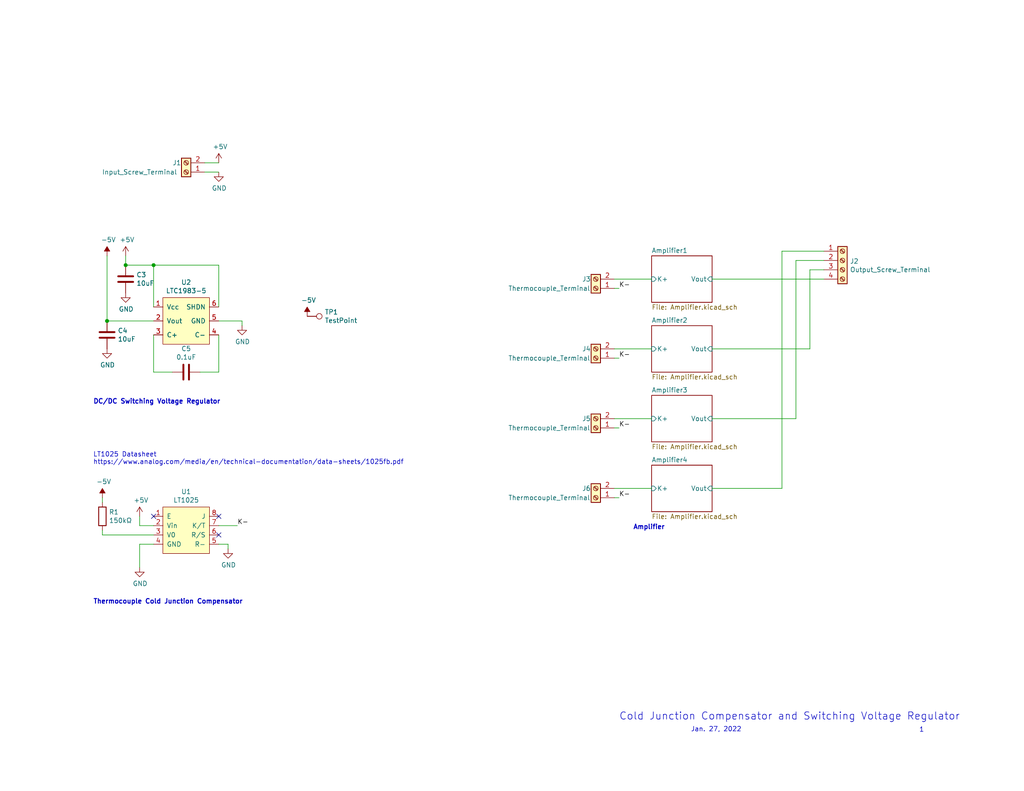
<source format=kicad_sch>
(kicad_sch (version 20211123) (generator eeschema)
  (paper "A")
  (lib_symbols
    (symbol "Connector:Screw_Terminal_01x02" (pin_names (offset 1.016) hide)
      (property "Reference" "J" (at 0 2.54 0))
      (property "Value" "Screw_Terminal_01x02" (at 0 -5.08 0))
      (symbol "Screw_Terminal_01x02_1_1"
        (rectangle (start -1.27 1.27) (end 1.27 -3.81) (stroke (width 0.254)) (fill (type background)))
        (circle (center 0 -2.54) (radius 0.635) (stroke (width 0.1524)))
        (polyline (pts (xy -0.5334 -2.2098) (xy 0.3302 -3.048)) (stroke (width 0.1524)))
        (polyline (pts (xy -0.5334 0.3302) (xy 0.3302 -0.508)) (stroke (width 0.1524)))
        (polyline (pts (xy -0.3556 -2.032) (xy 0.508 -2.8702)) (stroke (width 0.1524)))
        (polyline (pts (xy -0.3556 0.508) (xy 0.508 -0.3302)) (stroke (width 0.1524)))
        (circle (center 0 0) (radius 0.635) (stroke (width 0.1524)))
        (pin passive line (at -5.08 0 0) (length 3.81) (name "Pin_1") (number "1"))
        (pin passive line (at -5.08 -2.54 0) (length 3.81) (name "Pin_2") (number "2"))
      )
    )
    (symbol "Connector:Screw_Terminal_01x04" (pin_names (offset 1.016) hide)
      (property "Reference" "J" (at 0 5.08 0))
      (property "Value" "Screw_Terminal_01x04" (at 0 -7.62 0))
      (symbol "Screw_Terminal_01x04_1_1"
        (rectangle (start -1.27 3.81) (end 1.27 -6.35) (stroke (width 0.254)) (fill (type background)))
        (circle (center 0 -5.08) (radius 0.635) (stroke (width 0.1524)))
        (circle (center 0 -2.54) (radius 0.635) (stroke (width 0.1524)))
        (polyline (pts (xy -0.5334 -4.7498) (xy 0.3302 -5.588)) (stroke (width 0.1524)))
        (polyline (pts (xy -0.5334 -2.2098) (xy 0.3302 -3.048)) (stroke (width 0.1524)))
        (polyline (pts (xy -0.5334 0.3302) (xy 0.3302 -0.508)) (stroke (width 0.1524)))
        (polyline (pts (xy -0.5334 2.8702) (xy 0.3302 2.032)) (stroke (width 0.1524)))
        (polyline (pts (xy -0.3556 -4.572) (xy 0.508 -5.4102)) (stroke (width 0.1524)))
        (polyline (pts (xy -0.3556 -2.032) (xy 0.508 -2.8702)) (stroke (width 0.1524)))
        (polyline (pts (xy -0.3556 0.508) (xy 0.508 -0.3302)) (stroke (width 0.1524)))
        (polyline (pts (xy -0.3556 3.048) (xy 0.508 2.2098)) (stroke (width 0.1524)))
        (circle (center 0 0) (radius 0.635) (stroke (width 0.1524)))
        (circle (center 0 2.54) (radius 0.635) (stroke (width 0.1524)))
        (pin passive line (at -5.08 2.54 0) (length 3.81) (name "Pin_1") (number "1"))
        (pin passive line (at -5.08 0 0) (length 3.81) (name "Pin_2") (number "2"))
        (pin passive line (at -5.08 -2.54 0) (length 3.81) (name "Pin_3") (number "3"))
        (pin passive line (at -5.08 -5.08 0) (length 3.81) (name "Pin_4") (number "4"))
      )
    )
    (symbol "Connector:TestPoint" (pin_numbers hide) (pin_names (offset 0.762) hide)
      (property "Reference" "TP" (at 0 6.858 0))
      (property "Value" "TestPoint" (at 0 5.08 0))
      (symbol "TestPoint_0_1"
        (circle (center 0 3.302) (radius 0.762))
      )
      (symbol "TestPoint_1_1"
        (pin passive line (at 0 0 90) (length 2.54) (name "1") (number "1"))
      )
    )
    (symbol "Device:C" (pin_numbers hide) (pin_names (offset 0.254))
      (property "Reference" "C" (at 0.635 2.54 0))
      (property "Value" "C" (at 0.635 -2.54 0))
      (symbol "C_0_1"
        (polyline (pts (xy -2.032 -0.762) (xy 2.032 -0.762)) (stroke (width 0.508)))
        (polyline (pts (xy -2.032 0.762) (xy 2.032 0.762)) (stroke (width 0.508)))
      )
      (symbol "C_1_1"
        (pin passive line (at 0 3.81 270) (length 2.794) (name "~") (number "1"))
        (pin passive line (at 0 -3.81 90) (length 2.794) (name "~") (number "2"))
      )
    )
    (symbol "Device:R" (pin_numbers hide) (pin_names (offset 0))
      (property "Reference" "R" (at 2.032 0 90))
      (property "Value" "R" (at 0 0 90))
      (symbol "R_0_1"
        (rectangle (start -1.016 -2.54) (end 1.016 2.54) (stroke (width 0.254)))
      )
      (symbol "R_1_1"
        (pin passive line (at 0 3.81 270) (length 1.27) (name "~") (number "1"))
        (pin passive line (at 0 -3.81 90) (length 1.27) (name "~") (number "2"))
      )
    )
    (symbol "Thermocouple:LT1025" (pin_names (offset 1.016))
      (property "Reference" "U" (at 0 -7.62 0))
      (property "Value" "LT1025" (at 0 7.62 0))
      (symbol "LT1025_0_1"
        (rectangle (start -6.35 6.35) (end 6.35 -6.35) (fill (type background)))
      )
      (symbol "LT1025_1_1"
        (pin input line (at -8.89 3.81 0) (length 2.54) (name "E") (number "1"))
        (pin input line (at -8.89 1.27 0) (length 2.54) (name "Vin") (number "2"))
        (pin input line (at -8.89 -1.27 0) (length 2.54) (name "V0") (number "3"))
        (pin input line (at -8.89 -3.81 0) (length 2.54) (name "GND") (number "4"))
        (pin input line (at 8.89 -3.81 180) (length 2.54) (name "R-") (number "5"))
        (pin input line (at 8.89 -1.27 180) (length 2.54) (name "R/S") (number "6"))
        (pin input line (at 8.89 1.27 180) (length 2.54) (name "K/T") (number "7"))
        (pin input line (at 8.89 3.81 180) (length 2.54) (name "J") (number "8"))
      )
    )
    (symbol "Thermocouple:LTC1983-5" (pin_names (offset 1.016))
      (property "Reference" "U" (at 0 -7.62 0))
      (property "Value" "LTC1983-5" (at 0 7.62 0))
      (symbol "LTC1983-5_0_1"
        (rectangle (start 6.35 -6.35) (end -6.35 6.35) (fill (type background)))
      )
      (symbol "LTC1983-5_1_1"
        (pin input line (at -8.89 3.81 0) (length 2.54) (name "Vcc") (number "1"))
        (pin input line (at -8.89 0 0) (length 2.54) (name "Vout") (number "2"))
        (pin input line (at -8.89 -3.81 0) (length 2.54) (name "C+") (number "3"))
        (pin input line (at 8.89 -3.81 180) (length 2.54) (name "C-") (number "4"))
        (pin input line (at 8.89 0 180) (length 2.54) (name "GND") (number "5"))
        (pin input line (at 8.89 3.81 180) (length 2.54) (name "SHDN") (number "6"))
      )
    )
    (symbol "power:+5V" (power) (pin_names (offset 0))
      (property "Value" "+5V" (at 0 3.556 0))
      (symbol "+5V_0_1"
        (polyline (pts (xy -0.762 1.27) (xy 0 2.54)))
        (polyline (pts (xy 0 0) (xy 0 2.54)))
        (polyline (pts (xy 0 2.54) (xy 0.762 1.27)))
      )
      (symbol "+5V_1_1"
        (pin power_in line (at 0 0 90) (length 0) hide (name "+5V") (number "1"))
      )
    )
    (symbol "power:-5V" (power) (pin_names (offset 0))
      (property "Value" "-5V" (at 0 3.81 0))
      (symbol "-5V_0_0"
        (pin power_in line (at 0 0 90) (length 0) hide (name "-5V") (number "1"))
      )
      (symbol "-5V_0_1"
        (polyline (pts (xy 0 0) (xy 0 1.27) (xy 0.762 1.27) (xy 0 2.54) (xy -0.762 1.27) (xy 0 1.27)) (fill (type outline)))
      )
    )
    (symbol "power:GND" (power) (pin_names (offset 0))
      (property "Value" "GND" (at 0 -3.81 0))
      (symbol "GND_0_1"
        (polyline (pts (xy 0 0) (xy 0 -1.27) (xy 1.27 -1.27) (xy 0 -2.54) (xy -1.27 -1.27) (xy 0 -1.27)))
      )
      (symbol "GND_1_1"
        (pin power_in line (at 0 0 270) (length 0) hide (name "GND") (number "1"))
      )
    )
  )
  (junction (at 34.29 72.39))
  (junction (at 41.91 72.39))
  (junction (at 29.21 87.63))
  (no_connect (at 59.69 146.05))
  (no_connect (at 59.69 140.97))
  (no_connect (at 41.91 140.97))
  (wire (pts (xy 167.64 133.35) (xy 177.8 133.35)))
  (wire (pts (xy 29.21 87.63) (xy 41.91 87.63)))
  (wire (pts (xy 59.69 87.63) (xy 66.04 87.63)))
  (wire (pts (xy 167.64 76.2) (xy 177.8 76.2)))
  (wire (pts (xy 38.1 140.97) (xy 38.1 143.51)))
  (wire (pts (xy 41.91 101.6) (xy 46.99 101.6)))
  (wire (pts (xy 34.29 72.39) (xy 41.91 72.39)))
  (wire (pts (xy 62.23 148.59) (xy 62.23 149.86)))
  (wire (pts (xy 167.64 116.84) (xy 168.91 116.84)))
  (wire (pts (xy 59.69 101.6) (xy 54.61 101.6)))
  (wire (pts (xy 59.69 148.59) (xy 62.23 148.59)))
  (wire (pts (xy 217.17 71.12) (xy 217.17 114.3)))
  (wire (pts (xy 213.36 133.35) (xy 194.31 133.35)))
  (wire (pts (xy 220.98 95.25) (xy 194.31 95.25)))
  (wire (pts (xy 27.94 146.05) (xy 41.91 146.05)))
  (wire (pts (xy 38.1 143.51) (xy 41.91 143.51)))
  (wire (pts (xy 29.21 69.85) (xy 29.21 87.63)))
  (wire (pts (xy 41.91 148.59) (xy 38.1 148.59)))
  (wire (pts (xy 59.69 91.44) (xy 59.69 101.6)))
  (wire (pts (xy 167.64 78.74) (xy 168.91 78.74)))
  (wire (pts (xy 34.29 69.85) (xy 34.29 72.39)))
  (wire (pts (xy 41.91 91.44) (xy 41.91 101.6)))
  (wire (pts (xy 224.79 71.12) (xy 217.17 71.12)))
  (wire (pts (xy 55.88 44.45) (xy 59.69 44.45)))
  (wire (pts (xy 167.64 97.79) (xy 168.91 97.79)))
  (wire (pts (xy 27.94 144.78) (xy 27.94 146.05)))
  (wire (pts (xy 224.79 73.66) (xy 220.98 73.66)))
  (wire (pts (xy 167.64 95.25) (xy 177.8 95.25)))
  (wire (pts (xy 38.1 148.59) (xy 38.1 154.94)))
  (wire (pts (xy 167.64 114.3) (xy 177.8 114.3)))
  (wire (pts (xy 194.31 76.2) (xy 224.79 76.2)))
  (wire (pts (xy 217.17 114.3) (xy 194.31 114.3)))
  (wire (pts (xy 213.36 68.58) (xy 213.36 133.35)))
  (wire (pts (xy 167.64 135.89) (xy 168.91 135.89)))
  (wire (pts (xy 220.98 73.66) (xy 220.98 95.25)))
  (wire (pts (xy 224.79 68.58) (xy 213.36 68.58)))
  (wire (pts (xy 59.69 72.39) (xy 59.69 83.82)))
  (wire (pts (xy 41.91 72.39) (xy 41.91 83.82)))
  (wire (pts (xy 27.94 135.89) (xy 27.94 137.16)))
  (wire (pts (xy 59.69 143.51) (xy 64.77 143.51)))
  (wire (pts (xy 66.04 87.63) (xy 66.04 88.9)))
  (wire (pts (xy 41.91 72.39) (xy 59.69 72.39)))
  (wire (pts (xy 55.88 46.99) (xy 59.69 46.99)))
  (text "Amplifier" (at 172.72 144.78 0) (effects (font (size 1.27 1.27) (thickness 0.254) bold) (justify left bottom)))
  (text "LT1025 Datasheet\nhttps://www.analog.com/media/en/technical-documentation/data-sheets/1025fb.pdf" (at 25.4 127 0) (effects (font (size 1.27 1.27)) (justify left bottom)))
  (text "DC/DC Switching Voltage Regulator\n" (at 25.4 110.49 0) (effects (font (size 1.27 1.27) (thickness 0.254) bold) (justify left bottom)))
  (text "Jan. 27, 2022" (at 188.4921 199.9765 0) (effects (font (size 1.27 1.27)) (justify left bottom)))
  (text "Thermocouple Cold Junction Compensator" (at 25.4 165.1 0) (effects (font (size 1.27 1.27) (thickness 0.254) bold) (justify left bottom)))
  (text "1" (at 250.775 200.0917 0) (effects (font (size 1.27 1.27)) (justify left bottom)))
  (text "Cold Junction Compensator and Switching Voltage Regulator\n" (at 168.91 196.85 0) (effects (font (size 2 2)) (justify left bottom)))
  (label "K-" (at 168.91 116.84 0))
  (label "K-" (at 168.91 97.79 0))
  (label "K-" (at 168.91 78.74 0))
  (label "K-" (at 168.91 135.89 0))
  (label "K-" (at 64.77 143.51 0))
  (symbol (lib_id "Device:R") (at 27.94 140.97 180) (unit 1)
    (property "Reference" "R1" (at 29.718 139.8016 0) (effects (justify right)))
    (property "Value" "150kΩ" (at 29.718 142.113 0) (effects (justify right)))
    (property "Footprint" "Resistor_SMD:R_0805_2012Metric_Pad1.20x1.40mm_HandSolder" (effects hide))
  )
  (symbol (lib_id "power:GND") (at 38.1 154.94 0) (unit 1)
    (property "Reference" "#PWR01" (effects hide))
    (property "Value" "GND" (at 38.227 159.3342 0))
  )
  (symbol (lib_id "power:+5V") (at 59.69 44.45 0) (unit 1)
    (property "Reference" "#PWR04" (effects hide))
    (property "Value" "+5V" (at 60.071 40.0558 0))
  )
  (symbol (lib_id "power:+5V") (at 38.1 140.97 0) (unit 1)
    (property "Reference" "#PWR07" (effects hide))
    (property "Value" "+5V" (at 38.481 136.5758 0))
  )
  (symbol (lib_id "power:-5V") (at 27.94 135.89 0) (unit 1)
    (property "Reference" "#PWR06" (effects hide))
    (property "Value" "-5V" (at 28.321 131.4958 0))
  )
  (symbol (lib_id "power:GND") (at 59.69 46.99 0) (unit 1)
    (property "Reference" "#PWR05" (effects hide))
    (property "Value" "GND" (at 59.817 51.3842 0))
  )
  (symbol (lib_id "Thermocouple:LT1025") (at 50.8 144.78 0) (unit 1)
    (property "Reference" "U1" (at 50.8 134.239 0))
    (property "Value" "LT1025" (at 50.8 136.5504 0))
    (property "Footprint" "Package_SO:SOP-8_3.9x4.9mm_P1.27mm" (effects hide))
  )
  (symbol (lib_id "Connector:Screw_Terminal_01x02") (at 50.8 46.99 180) (unit 1)
    (property "Reference" "J1" (at 48.26 44.45 0))
    (property "Value" "Input_Screw_Terminal" (at 38.1 46.99 0))
    (property "Footprint" "TerminalBlock_Phoenix:TerminalBlock_Phoenix_MKDS-1,5-2-5.08_1x02_P5.08mm_Horizontal" (effects hide))
  )
  (symbol (lib_id "Thermocouple:LTC1983-5") (at 50.8 87.63 0) (unit 1)
    (property "Reference" "U2" (at 50.8 77.089 0))
    (property "Value" "LTC1983-5" (at 50.8 79.4004 0))
    (property "Footprint" "Package_SO:TSOP-6_1.65x3.05mm_P0.95mm" (effects hide))
  )
  (symbol (lib_id "power:+5V") (at 34.29 69.85 0) (unit 1)
    (property "Reference" "#PWR013" (effects hide))
    (property "Value" "+5V" (at 34.671 65.4558 0))
  )
  (symbol (lib_id "power:-5V") (at 29.21 69.85 0) (unit 1)
    (property "Reference" "#PWR012" (effects hide))
    (property "Value" "-5V" (at 29.591 65.4558 0))
  )
  (symbol (lib_id "power:GND") (at 66.04 88.9 0) (unit 1)
    (property "Reference" "#PWR015" (effects hide))
    (property "Value" "GND" (at 66.167 93.2942 0))
  )
  (symbol (lib_id "Device:C") (at 50.8 101.6 90) (unit 1)
    (property "Reference" "C5" (at 50.8 95.1992 90))
    (property "Value" "0.1uF" (at 50.8 97.5106 90))
    (property "Footprint" "Capacitor_SMD:C_0805_2012Metric_Pad1.18x1.45mm_HandSolder" (effects hide))
  )
  (symbol (lib_id "Device:C") (at 34.29 76.2 0) (unit 1)
    (property "Reference" "C3" (at 37.211 75.0316 0) (effects (justify left)))
    (property "Value" "10uF" (at 37.211 77.343 0) (effects (justify left)))
    (property "Footprint" "Capacitor_SMD:C_0805_2012Metric_Pad1.18x1.45mm_HandSolder" (effects hide))
  )
  (symbol (lib_id "power:GND") (at 34.29 80.01 0) (unit 1)
    (property "Reference" "#PWR014" (effects hide))
    (property "Value" "GND" (at 34.417 84.4042 0))
  )
  (symbol (lib_id "power:-5V") (at 83.82 86.36 0) (unit 1)
    (property "Reference" "#PWR016" (effects hide))
    (property "Value" "-5V" (at 84.201 81.9658 0))
  )
  (symbol (lib_id "Connector:Screw_Terminal_01x04") (at 229.87 71.12 0) (unit 1)
    (property "Reference" "J2" (at 231.902 71.3232 0) (effects (justify left)))
    (property "Value" "Output_Screw_Terminal" (at 231.902 73.6346 0) (effects (justify left)))
    (property "Footprint" "TerminalBlock_Phoenix:TerminalBlock_Phoenix_MKDS-1,5-4-5.08_1x04_P5.08mm_Horizontal" (effects hide))
  )
  (symbol (lib_id "Connector:TestPoint") (at 83.82 86.36 270) (unit 1)
    (property "Reference" "TP1" (at 88.5952 85.1916 90) (effects (justify left)))
    (property "Value" "TestPoint" (at 88.5952 87.503 90) (effects (justify left)))
    (property "Footprint" "TestPoint:TestPoint_Pad_1.5x1.5mm" (effects hide))
  )
  (symbol (lib_id "Device:C") (at 29.21 91.44 0) (unit 1)
    (property "Reference" "C4" (at 32.131 90.2716 0) (effects (justify left)))
    (property "Value" "10uF" (at 32.131 92.583 0) (effects (justify left)))
    (property "Footprint" "Capacitor_SMD:C_0805_2012Metric_Pad1.18x1.45mm_HandSolder" (effects hide))
  )
  (symbol (lib_id "power:GND") (at 29.21 95.25 0) (unit 1)
    (property "Reference" "#PWR02" (effects hide))
    (property "Value" "GND" (at 29.337 99.6442 0))
  )
  (symbol (lib_id "power:GND") (at 62.23 149.86 0) (unit 1)
    (property "Reference" "#PWR08" (effects hide))
    (property "Value" "GND" (at 62.357 154.2542 0))
  )
  (symbol (lib_id "Connector:Screw_Terminal_01x02") (at 162.56 78.74 180) (unit 1)
    (property "Reference" "J3" (at 160.02 76.2 0))
    (property "Value" "Thermocouple_Terminal" (at 149.86 78.74 0))
    (property "Footprint" "TerminalBlock_Phoenix:TerminalBlock_Phoenix_MKDS-1,5-2-5.08_1x02_P5.08mm_Horizontal" (effects hide))
  )
  (symbol (lib_id "Connector:Screw_Terminal_01x02") (at 162.56 97.79 180) (unit 1)
    (property "Reference" "J4" (at 160.02 95.25 0))
    (property "Value" "Thermocouple_Terminal" (at 149.86 97.79 0))
    (property "Footprint" "TerminalBlock_Phoenix:TerminalBlock_Phoenix_MKDS-1,5-2-5.08_1x02_P5.08mm_Horizontal" (effects hide))
  )
  (symbol (lib_id "Connector:Screw_Terminal_01x02") (at 162.56 116.84 180) (unit 1)
    (property "Reference" "J5" (at 160.02 114.3 0))
    (property "Value" "Thermocouple_Terminal" (at 149.86 116.84 0))
    (property "Footprint" "TerminalBlock_Phoenix:TerminalBlock_Phoenix_MKDS-1,5-2-5.08_1x02_P5.08mm_Horizontal" (effects hide))
  )
  (symbol (lib_id "Connector:Screw_Terminal_01x02") (at 162.56 135.89 180) (unit 1)
    (property "Reference" "J6" (at 160.02 133.35 0))
    (property "Value" "Thermocouple_Terminal" (at 149.86 135.89 0))
    (property "Footprint" "TerminalBlock_Phoenix:TerminalBlock_Phoenix_MKDS-1,5-2-5.08_1x02_P5.08mm_Horizontal" (effects hide))
  )
  (sheet (at 177.8 69.85) (size 16.51 12.7)
    (property "Sheet name" "Amplifier1" (at 177.8 69.1384 0) (effects (justify left bottom)))
    (property "Sheet file" "Amplifier.kicad_sch" (at 177.8 83.1346 0) (effects (justify left top)))
    (pin "K+" input (at 177.8 76.2 180))
    (pin "Vout" input (at 194.31 76.2 0))
  )
  (sheet (at 177.8 88.9) (size 16.51 12.7)
    (property "Sheet name" "Amplifier2" (at 177.8 88.1884 0) (effects (justify left bottom)))
    (property "Sheet file" "Amplifier.kicad_sch" (at 177.8 102.1846 0) (effects (justify left top)))
    (pin "K+" input (at 177.8 95.25 180))
    (pin "Vout" input (at 194.31 95.25 0))
  )
  (sheet (at 177.8 107.95) (size 16.51 12.7)
    (property "Sheet name" "Amplifier3" (at 177.8 107.2384 0) (effects (justify left bottom)))
    (property "Sheet file" "Amplifier.kicad_sch" (at 177.8 121.2346 0) (effects (justify left top)))
    (pin "K+" input (at 177.8 114.3 180))
    (pin "Vout" input (at 194.31 114.3 0))
  )
  (sheet (at 177.8 127) (size 16.51 12.7)
    (property "Sheet name" "Amplifier4" (at 177.8 126.2884 0) (effects (justify left bottom)))
    (property "Sheet file" "Amplifier.kicad_sch" (at 177.8 140.2846 0) (effects (justify left top)))
    (pin "K+" input (at 177.8 133.35 180))
    (pin "Vout" input (at 194.31 133.35 0))
  )
)
</source>
